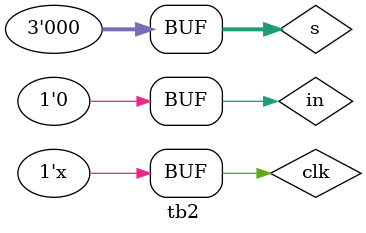
<source format=v>
module tb2 ();

    reg          clk, in;
    reg [2 : 0]  s;
    wire         out;

    q7 inst1 (clk, in, s, out);

    always #5 clk = ~clk;

    initial begin
        clk = 0;
        in = 0;
        s = 3'd2;
    end

    initial begin
        #20 
        in = 1;

        #10
        in = 0;

        #10
        in = 1;

        #30
        in = 0;
    end

    initial begin
        #10
        s = 3'd6;

        #10
        s = 3'd2;

        #10
        s = 3'd7;

        #10
        s = 3'd0;
    end
    

endmodule
</source>
